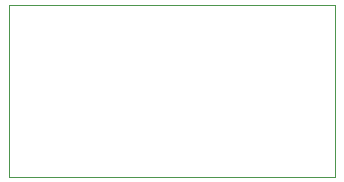
<source format=gbr>
%TF.GenerationSoftware,KiCad,Pcbnew,7.0.6*%
%TF.CreationDate,2023-11-12T17:11:08+05:00*%
%TF.ProjectId,FSKmodem,46534b6d-6f64-4656-9d2e-6b696361645f,rev?*%
%TF.SameCoordinates,Original*%
%TF.FileFunction,Profile,NP*%
%FSLAX46Y46*%
G04 Gerber Fmt 4.6, Leading zero omitted, Abs format (unit mm)*
G04 Created by KiCad (PCBNEW 7.0.6) date 2023-11-12 17:11:08*
%MOMM*%
%LPD*%
G01*
G04 APERTURE LIST*
%TA.AperFunction,Profile*%
%ADD10C,0.100000*%
%TD*%
G04 APERTURE END LIST*
D10*
X102591201Y-64192051D02*
X130233012Y-64192051D01*
X130233012Y-78779296D01*
X102591201Y-78779296D01*
X102591201Y-64192051D01*
M02*

</source>
